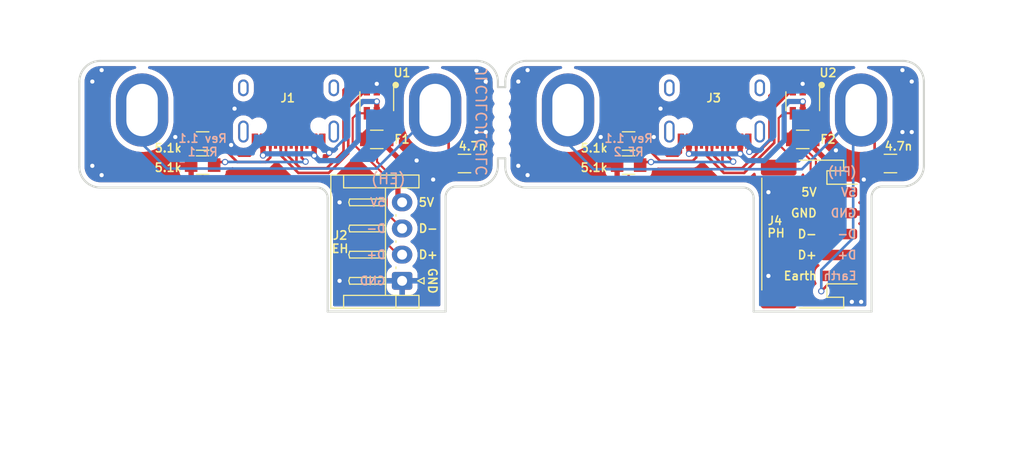
<source format=kicad_pcb>
(kicad_pcb (version 20211014) (generator pcbnew)
  (layers (0 "F.Cu" signal) (31 "B.Cu" signal) (34 "B.Paste" user) (35 "F.Paste" user) (36 "B.SilkS" user "B.Silkscreen") (37 "F.SilkS" user "F.Silkscreen") (38 "B.Mask" user) (39 "F.Mask" user) (44 "Edge.Cuts" user))
  (net 0 "")
  (net 1 "GND")
  (net 2 "D-")
  (net 3 "D+")
  (net 4 "Net-(J1-Pad4)")
  (net 5 "Net-(J1-Pad10)")
  (net 6 "VBUS")
  (net 8 "Net-(J1-Pad5)")
  (net 9 "Net-(J1-Pad6)")
  (net 11 "Earth")
  (footprint "Keeb_components:R_0805" (layer "F.Cu") (at 94.162001 24.55 180)
    (fp_text reference "C2" hide)
    (fp_text value "4.7n" (at -0.762 1.651) (layer "F.SilkS") (effects (font (size 0.8 0.8))))
    (fp_line (start -0.6 -0.88) (end 0.6 -0.88) (layer "F.SilkS") (width 0.12))
    (fp_line (start 0.6 0.88) (end -0.6 0.88) (layer "F.SilkS") (width 0.12))
    (pad "1" smd rect locked (at -1.1 0 180) (size 1.2 1.3) (layers "F.Cu" "F.Paste" "F.Mask") (net 1 "GND"))
    (pad "2" smd rect locked (at 1.1 0 180) (size 1.2 1.3) (layers "F.Cu" "F.Paste" "F.Mask") (net 11 "Earth"))
  )
  (footprint "Keeb_components:USBLC6-2SC6" (layer "F.Cu") (at 85.780001 18.5978 90)
    (fp_text reference "U2" (at 2.7178 2.413) (layer "F.SilkS") (effects (font (size 0.8 0.8))))
    (fp_text value "USBLC6-2SC6")
    (fp_line (start 0.9 -1.61) (end -0.9 -1.61) (layer "F.SilkS") (width 0.12))
    (fp_line (start -0.9 1.61) (end 1.55 1.61) (layer "F.SilkS") (width 0.12))
    (fp_circle (center 1.55 1.81) (end 1.8 1.81) (layer "F.SilkS") (width 0.12) (fill solid))
    (pad "1" smd rect (at 1.15 0.95 180) (size 0.6 1.2) (layers "F.Cu" "F.Paste" "F.Mask") (net 8 "Net-(J1-Pad5)"))
    (pad "2" smd rect (at 1.15 0 180) (size 0.6 1.2) (layers "F.Cu" "F.Paste" "F.Mask") (net 1 "GND"))
    (pad "3" smd rect (at 1.15 -0.95 180) (size 0.6 1.2) (layers "F.Cu" "F.Paste" "F.Mask") (net 9 "Net-(J1-Pad6)"))
    (pad "4" smd rect (at -1.15 -0.95 180) (size 0.6 1.2) (layers "F.Cu" "F.Paste" "F.Mask") (net 3 "D+"))
    (pad "5" smd rect (at -1.15 0 180) (size 0.6 1.2) (layers "F.Cu" "F.Paste" "F.Mask") (net 6 "VBUS"))
    (pad "6" smd rect (at -1.15 0.95 180) (size 0.6 1.2) (layers "F.Cu" "F.Paste" "F.Mask") (net 2 "D-"))
  )
  (footprint "Keeb_components:HRO-TYPE-C-31-M-12" (layer "F.Cu") (at 36.655 14.719 180)
    (fp_text reference "J1")
    (fp_text value "TYPE-C-31-M-12" hide)
    (pad "" np_thru_hole circle locked (at -2.89 -6.25 180) (size 0.65 0.65) (drill 0.65) (layers *.Cu *.Mask))
    (pad "" np_thru_hole circle locked (at 2.89 -6.25 180) (size 0.65 0.65) (drill 0.65) (layers *.Cu *.Mask))
    (pad "1" smd rect locked (at -3.225 -7.695 180) (size 0.6 1.45) (layers "F.Cu" "F.Paste" "F.Mask") (net 1 "GND"))
    (pad "2" smd rect locked (at -2.45 -7.695 180) (size 0.6 1.45) (layers "F.Cu" "F.Paste" "F.Mask") (net 6 "VBUS"))
    (pad "3" smd rect locked (at -1.75 -7.695 180) (size 0.3 1.45) (layers "F.Cu" "F.Paste" "F.Mask"))
    (pad "4" smd rect locked (at -1.25 -7.695 180) (size 0.3 1.45) (layers "F.Cu" "F.Paste" "F.Mask") (net 4 "Net-(J1-Pad4)"))
    (pad "5" smd rect locked (at -0.75 -7.695 180) (size 0.3 1.45) (layers "F.Cu" "F.Paste" "F.Mask") (net 8 "Net-(J1-Pad5)"))
    (pad "6" smd rect locked (at -0.25 -7.695 180) (size 0.3 1.45) (layers "F.Cu" "F.Paste" "F.Mask") (net 9 "Net-(J1-Pad6)"))
    (pad "7" smd rect locked (at 0.25 -7.695 180) (size 0.3 1.45) (layers "F.Cu" "F.Paste" "F.Mask") (net 8 "Net-(J1-Pad5)"))
    (pad "8" smd rect locked (at 0.75 -7.695 180) (size 0.3 1.45) (layers "F.Cu" "F.Paste" "F.Mask") (net 9 "Net-(J1-Pad6)"))
    (pad "9" smd rect locked (at 1.25 -7.695 180) (size 0.3 1.45) (layers "F.Cu" "F.Paste" "F.Mask"))
    (pad "10" smd rect locked (at 1.75 -7.695 180) (size 0.3 1.45) (layers "F.Cu" "F.Paste" "F.Mask") (net 5 "Net-(J1-Pad10)"))
    (pad "11" smd rect locked (at 2.45 -7.695 180) (size 0.6 1.45) (layers "F.Cu" "F.Paste" "F.Mask") (net 6 "VBUS"))
    (pad "12" smd rect locked (at 3.225 -7.695 180) (size 0.6 1.45) (layers "F.Cu" "F.Paste" "F.Mask") (net 1 "GND"))
    (pad "13" thru_hole oval locked (at 4.32 -6.78 180) (size 1 2.1) (drill oval 0.6 1.7) (layers *.Cu *.Mask))
    (pad "13" thru_hole oval locked (at -4.32 -6.78 180) (size 1 2.1) (drill oval 0.6 1.7) (layers *.Cu *.Mask))
    (pad "13" thru_hole oval locked (at 4.32 -2.6 180) (size 1 1.6) (drill oval 0.6 1.2) (layers *.Cu *.Mask))
    (pad "13" thru_hole oval locked (at -4.32 -2.6 180) (size 1 1.6) (drill oval 0.6 1.2) (layers *.Cu *.Mask))
  )
  (footprint "Keeb_components:F_0805" (layer "F.Cu") (at 45.079 22.246 180)
    (fp_text reference "F1" (at -2.413 0.016) (layer "F.SilkS") (effects (font (size 0.8 0.8))))
    (fp_text value "Polyfuse_Small" hide)
    (fp_line (start -0.6 -0.88) (end 0.6 -0.88) (layer "F.SilkS") (width 0.12))
    (fp_line (start 0.6 0.88) (end -0.6 0.88) (layer "F.SilkS") (width 0.12))
    (pad "1" smd rect locked (at -1.099999 0 180) (size 1 1.3) (layers "F.Cu" "F.Paste" "F.Mask") (net 6 "VBUS"))
    (pad "2" smd rect locked (at 1.099999 0 180) (size 1 1.3) (layers "F.Cu" "F.Paste" "F.Mask") (net 6 "VBUS"))
  )
  (footprint "Keeb_components:R_0805" (layer "F.Cu") (at 53.461 24.55 180)
    (fp_text reference "C1" hide)
    (fp_text value "4.7n" (at -0.762 1.651) (layer "F.SilkS") (effects (font (size 0.8 0.8))))
    (fp_line (start 0.6 0.88) (end -0.6 0.88) (layer "F.SilkS") (width 0.12))
    (fp_line (start -0.6 -0.88) (end 0.6 -0.88) (layer "F.SilkS") (width 0.12))
    (pad "1" smd rect locked (at -1.1 0 180) (size 1.2 1.3) (layers "F.Cu" "F.Paste" "F.Mask") (net 1 "GND"))
    (pad "2" smd rect locked (at 1.1 0 180) (size 1.2 1.3) (layers "F.Cu" "F.Paste" "F.Mask") (net 11 "Earth"))
  )
  (footprint "" (layer "F.Cu") (at 9.3295 17.938521)
    (fp_text reference "" (at 0 0) (layer "F.SilkS") (effects (font (size 1.27 1.27))))
    (fp_text value "" (at 0 0) (layer "F.SilkS") (effects (font (size 1.27 1.27))))
    (pad "" thru_hole oval (at 13.3255 1.497479) (size 5 7) (drill oval 3 5) (layers *.Cu *.Mask) (net 11 "Earth"))
  )
  (footprint "" (layer "F.Cu") (at 81.145501 18.065521)
    (fp_text reference "" (at 0 0) (layer "F.SilkS") (effects (font (size 1.27 1.27))))
    (fp_text value "" (at 0 0) (layer "F.SilkS") (effects (font (size 1.27 1.27))))
    (pad "" thru_hole oval (at 10.2105 1.370479) (size 5 7) (drill oval 3 5) (layers *.Cu *.Mask) (net 11 "Earth"))
  )
  (footprint "Keeb_components:R_0805" (layer "F.Cu") (at 28.442 22.4 180)
    (fp_text reference "R2" hide)
    (fp_text value "5.1k" (at 3.302 -2.54) (layer "F.SilkS") (effects (font (size 0.8 0.8))))
    (fp_line (start 0.6 0.88) (end -0.6 0.88) (layer "F.SilkS") (width 0.12))
    (fp_line (start -0.6 -0.88) (end 0.6 -0.88) (layer "F.SilkS") (width 0.12))
    (pad "1" smd rect locked (at -1.1 0 180) (size 1.2 1.3) (layers "F.Cu" "F.Paste" "F.Mask") (net 5 "Net-(J1-Pad10)"))
    (pad "2" smd rect locked (at 1.1 0 180) (size 1.2 1.3) (layers "F.Cu" "F.Paste" "F.Mask") (net 1 "GND"))
  )
  (footprint "Connector_JST:JST_PH_S5B-PH-SM4-TB_1x05-1MP_P2.00mm_Horizontal" (layer "F.Cu") (at 86.38 31.289 -90)
    (fp_text reference "J4" (at -1.27 3.26 180) (layer "F.SilkS") (effects (font (size 0.8 0.8))))
    (fp_text value "JST_PH_S5B-PH-SM4-TB_1x05-1MP_P2.00mm_Horizontal")
    (fp_line (start 6.04 -1.71) (end 4.76 -1.71) (layer "F.SilkS") (width 0.12))
    (fp_line (start 7.06 -3.31) (end 6.04 -3.31) (layer "F.SilkS") (width 0.12))
    (fp_line (start 7.06 0.94) (end 7.06 -3.31) (layer "F.SilkS") (width 0.12))
    (fp_line (start -5.34 4.51) (end 5.34 4.51) (layer "F.SilkS") (width 0.12))
    (fp_line (start 4.76 -1.71) (end 4.76 -4.6) (layer "F.SilkS") (width 0.12))
    (fp_line (start -4.76 -1.71) (end -4.76 -4.6) (layer "F.SilkS") (width 0.12))
    (fp_line (start 6.04 -3.31) (end 6.04 -1.71) (layer "F.SilkS") (width 0.12))
    (fp_line (start -6.04 -3.31) (end -6.04 -1.71) (layer "F.SilkS") (width 0.12))
    (fp_line (start -7.06 0.94) (end -7.06 -3.31) (layer "F.SilkS") (width 0.12))
    (fp_line (start -6.04 -1.71) (end -4.76 -1.71) (layer "F.SilkS") (width 0.12))
    (fp_line (start -7.06 -3.31) (end -6.04 -3.31) (layer "F.SilkS") (width 0.12))
    (pad "1" smd roundrect (at -4 -2.85 270) (size 1 3.5) (layers "F.Cu" "F.Paste" "F.Mask") (net 6 "VBUS"))
    (pad "2" smd roundrect (at -2 -2.85 270) (size 1 3.5) (layers "F.Cu" "F.Paste" "F.Mask") (net 1 "GND"))
    (pad "3" smd roundrect (at 0 -2.85 270) (size 1 3.5) (layers "F.Cu" "F.Paste" "F.Mask") (net 2 "D-"))
    (pad "4" smd roundrect (at 2 -2.85 270) (size 1 3.5) (layers "F.Cu" "F.Paste" "F.Mask") (net 3 "D+"))
    (pad "5" smd roundrect (at 4 -2.85 270) (size 1 3.5) (layers "F.Cu" "F.Paste" "F.Mask") (net 11 "Earth"))
    (pad "MP" smd roundrect (at -6.35 2.9 270) (size 1.5 3.4) (layers "F.Cu" "F.Paste" "F.Mask") (roundrect_rratio 0.1666673333))
    (pad "MP" smd roundrect (at 6.35 2.9 270) (size 1.5 3.4) (layers "F.Cu" "F.Paste" "F.Mask") (roundrect_rratio 0.1666673333))
  )
  (footprint "Keeb_components:USBLC6-2SC6" (layer "F.Cu") (at 45.079 18.5978 90)
    (fp_text reference "U1" (at 2.7178 2.413) (layer "F.SilkS") (effects (font (size 0.8 0.8))))
    (fp_text value "USBLC6-2SC6")
    (fp_line (start -0.9 1.61) (end 1.55 1.61) (layer "F.SilkS") (width 0.12))
    (fp_line (start 0.9 -1.61) (end -0.9 -1.61) (layer "F.SilkS") (width 0.12))
    (fp_circle (center 1.55 1.81) (end 1.8 1.81) (layer "F.SilkS") (width 0.12) (fill solid))
    (pad "1" smd rect (at 1.15 0.95 180) (size 0.6 1.2) (layers "F.Cu" "F.Paste" "F.Mask") (net 8 "Net-(J1-Pad5)"))
    (pad "2" smd rect (at 1.15 0 180) (size 0.6 1.2) (layers "F.Cu" "F.Paste" "F.Mask") (net 1 "GND"))
    (pad "3" smd rect (at 1.15 -0.95 180) (size 0.6 1.2) (layers "F.Cu" "F.Paste" "F.Mask") (net 9 "Net-(J1-Pad6)"))
    (pad "4" smd rect (at -1.15 -0.95 180) (size 0.6 1.2) (layers "F.Cu" "F.Paste" "F.Mask") (net 3 "D+"))
    (pad "5" smd rect (at -1.15 0 180) (size 0.6 1.2) (layers "F.Cu" "F.Paste" "F.Mask") (net 6 "VBUS"))
    (pad "6" smd rect (at -1.15 0.95 180) (size 0.6 1.2) (layers "F.Cu" "F.Paste" "F.Mask") (net 2 "D-"))
  )
  (footprint "Keeb_components:F_0805" (layer "F.Cu") (at 85.780001 22.246 180)
    (fp_text reference "F2" (at -2.413 0.016) (layer "F.SilkS") (effects (font (size 0.8 0.8))))
    (fp_text value "Polyfuse_Small" hide)
    (fp_line (start 0.6 0.88) (end -0.6 0.88) (layer "F.SilkS") (width 0.12))
    (fp_line (start -0.6 -0.88) (end 0.6 -0.88) (layer "F.SilkS") (width 0.12))
    (pad "1" smd rect locked (at -1.099999 0 180) (size 1 1.3) (layers "F.Cu" "F.Paste" "F.Mask") (net 6 "VBUS"))
    (pad "2" smd rect locked (at 1.099999 0 180) (size 1 1.3) (layers "F.Cu" "F.Paste" "F.Mask") (net 6 "VBUS"))
  )
  (footprint "footprints:breakaway-mousebites" (layer "F.Cu") (at 57.27 20.744 90)
    (fp_text reference "REF**")
    (fp_text value "breakaway-mousebites")
    (pad "" np_thru_hole circle (at 2.54 -0.254 90) (size 0.7874 0.7874) (drill 0.7874) (layers *.Cu *.Mask))
    (pad "" np_thru_hole circle (at 1.27 -0.254 90) (size 0.7874 0.7874) (drill 0.7874) (layers *.Cu *.Mask))
    (pad "" np_thru_hole circle (at -2.54 -0.254 90) (size 0.7874 0.7874) (drill 0.7874) (layers *.Cu *.Mask))
    (pad "" np_thru_hole circle (at -1.27 -0.254 90) (size 0.7874 0.7874) (drill 0.7874) (layers *.Cu *.Mask))
    (pad "" np_thru_hole circle (at 0 -0.254 90) (size 0.7874 0.7874) (drill 0.7874) (layers F&B.Cu *.Mask))
  )
  (footprint "Keeb_components:R_0805" (layer "F.Cu") (at 28.442 24.7 180)
    (fp_text reference "R1" hide)
    (fp_text value "5.1k" (at 3.302 1.624) (layer "F.SilkS") (effects (font (size 0.8 0.8))))
    (fp_line (start 0.6 0.88) (end -0.6 0.88) (layer "F.SilkS") (width 0.12))
    (fp_line (start -0.6 -0.88) (end 0.6 -0.88) (layer "F.SilkS") (width 0.12))
    (pad "1" smd rect locked (at -1.1 0 180) (size 1.2 1.3) (layers "F.Cu" "F.Paste" "F.Mask") (net 4 "Net-(J1-Pad4)"))
    (pad "2" smd rect locked (at 1.1 0 180) (size 1.2 1.3) (layers "F.Cu" "F.Paste" "F.Mask") (net 1 "GND"))
  )
  (footprint "" (layer "F.Cu") (at 40.4445 18.065521)
    (fp_text reference "" (at 0 0) (layer "F.SilkS") (effects (font (size 1.27 1.27))))
    (fp_text value "" (at 0 0) (layer "F.SilkS") (effects (font (size 1.27 1.27))))
    (pad "" thru_hole oval (at 10.2105 1.370479) (size 5 7) (drill oval 3 5) (layers *.Cu *.Mask) (net 11 "Earth"))
  )
  (footprint "Keeb_components:R_0805" (layer "F.Cu") (at 69.143001 22.4 180)
    (fp_text reference "R3" hide)
    (fp_text value "5.1k" (at 3.302 -2.54) (layer "F.SilkS") (effects (font (size 0.8 0.8))))
    (fp_line (start 0.6 0.88) (end -0.6 0.88) (layer "F.SilkS") (width 0.12))
    (fp_line (start -0.6 -0.88) (end 0.6 -0.88) (layer "F.SilkS") (width 0.12))
    (pad "1" smd rect locked (at -1.1 0 180) (size 1.2 1.3) (layers "F.Cu" "F.Paste" "F.Mask") (net 5 "Net-(J1-Pad10)"))
    (pad "2" smd rect locked (at 1.1 0 180) (size 1.2 1.3) (layers "F.Cu" "F.Paste" "F.Mask") (net 1 "GND"))
  )
  (footprint "" (layer "F.Cu") (at 50.030501 17.938521)
    (fp_text reference "" (at 0 0) (layer "F.SilkS") (effects (font (size 1.27 1.27))))
    (fp_text value "" (at 0 0) (layer "F.SilkS") (effects (font (size 1.27 1.27))))
    (pad "" thru_hole oval (at 13.3255 1.497479) (size 5 7) (drill oval 3 5) (layers *.Cu *.Mask) (net 11 "Earth"))
  )
  (footprint "footprints:MegaMan7" (layer "F.Cu") (at 69.143001 18.619)
    (fp_text reference "G***" hide)
    (fp_text value "LOGO" hide)
  )
  (footprint "Keeb_components:R_0805" (layer "F.Cu") (at 69.143001 24.7 180)
    (fp_text reference "R4" hide)
    (fp_text value "5.1k" (at 3.302 1.624) (layer "F.SilkS") (effects (font (size 0.8 0.8))))
    (fp_line (start -0.6 -0.88) (end 0.6 -0.88) (layer "F.SilkS") (width 0.12))
    (fp_line (start 0.6 0.88) (end -0.6 0.88) (layer "F.SilkS") (width 0.12))
    (pad "1" smd rect locked (at -1.1 0 180) (size 1.2 1.3) (layers "F.Cu" "F.Paste" "F.Mask") (net 4 "Net-(J1-Pad4)"))
    (pad "2" smd rect locked (at 1.1 0 180) (size 1.2 1.3) (layers "F.Cu" "F.Paste" "F.Mask") (net 1 "GND"))
  )
  (footprint "Connector_JST:JST_EH_S4B-EH_1x04_P2.50mm_Horizontal" (layer "F.Cu") (at 47.5 35.759 90)
    (fp_text reference "J2" (at 4.343 -5.924) (layer "F.SilkS") (effects (font (size 0.8 0.8))))
    (fp_text value "JST_EH_S4B-EH_1x04_P2.50mm_Horizontal")
    (fp_line (start 0.32 -5.01) (end 0.32 -1.59) (layer "F.SilkS") (width 0.12))
    (fp_line (start 0.3 2.1) (end 0 1.5) (layer "F.SilkS") (width 0.12))
    (fp_line (start -1.39 -1.59) (end 8.89 -1.59) (layer "F.SilkS") (width 0.12))
    (fp_line (start 7.5 -5.09) (end 7.82 -5.01) (layer "F.SilkS") (width 0.12))
    (fp_line (start 0 -5.09) (end 0.32 -5.01) (layer "F.SilkS") (width 0.12))
    (fp_line (start 7.18 -1.59) (end 7.18 -5.01) (layer "F.SilkS") (width 0.12))
    (fp_line (start 6.17 -0.59) (end 6.33 -0.59) (layer "F.SilkS") (width 0.12))
    (fp_line (start -1.39 -0.59) (end -1.39 1.61) (layer "F.SilkS") (width 0.12))
    (fp_line (start 2.82 -5.01) (end 2.82 -1.59) (layer "F.SilkS") (width 0.12))
    (fp_line (start -0.3 2.1) (end 0.3 2.1) (layer "F.SilkS") (width 0.12))
    (fp_line (start 8.89 1.61) (end 8.89 -0.59) (layer "F.SilkS") (width 0.12))
    (fp_line (start -2.61 -6.81) (end 10.11 -6.81) (layer "F.SilkS") (width 0.12))
    (fp_line (start 7.18 -5.01) (end 7.5 -5.09) (layer "F.SilkS") (width 0.12))
    (fp_line (start -0.32 -5.01) (end 0 -5.09) (layer "F.SilkS") (width 0.12))
    (fp_line (start -1.39 1.61) (end -2.61 1.61) (layer "F.SilkS") (width 0.12))
    (fp_line (start 2.5 -1.59) (end 2.18 -1.59) (layer "F.SilkS") (width 0.12))
    (fp_line (start 5 -1.59) (end 4.68 -1.59) (layer "F.SilkS") (width 0.12))
    (fp_line (start 2.18 -5.01) (end 2.5 -5.09) (layer "F.SilkS") (width 0.12))
    (fp_line (start -2.61 1.61) (end -2.61 -6.81) (layer "F.SilkS") (width 0.12))
    (fp_line (start 2.82 -1.59) (end 2.5 -1.59) (layer "F.SilkS") (width 0.12))
    (fp_line (start 3.67 -0.59) (end 3.83 -0.59) (layer "F.SilkS") (width 0.12))
    (fp_line (start -2.61 -5.59) (end -1.39 -5.59) (layer "F.SilkS") (width 0.12))
    (fp_line (start -1.39 -5.59) (end -1.39 -0.59) (layer "F.SilkS") (width 0.12))
    (fp_line (start 0 -1.59) (end -0.32 -1.59) (layer "F.SilkS") (width 0.12))
    (fp_line (start 2.18 -1.59) (end 2.18 -5.01) (layer "F.SilkS") (width 0.12))
    (fp_line (start -0.32 -1.59) (end -0.32 -5.01) (layer "F.SilkS") (width 0.12))
    (fp_line (start 8.89 -5.59) (end 8.89 -0.59) (layer "F.SilkS") (width 0.12))
    (fp_line (start 10.11 -5.59) (end 8.89 -5.59) (layer "F.SilkS") (width 0.12))
    (fp_line (start 0.32 -1.59) (end 0 -1.59) (layer "F.SilkS") (width 0.12))
    (fp_line (start 5.32 -1.59) (end 5 -1.59) (layer "F.SilkS") (width 0.12))
    (fp_line (start 5.32 -5.01) (end 5.32 -1.59) (layer "F.SilkS") (width 0.12))
    (fp_line (start 1.17 -0.59) (end 1.33 -0.59) (layer "F.SilkS") (width 0.12))
    (fp_line (start 0 1.5) (end -0.3 2.1) (layer "F.SilkS") (width 0.12))
    (fp_line (start 10.11 -6.81) (end 10.11 1.61) (layer "F.SilkS") (width 0.12))
    (fp_line (start 8.89 -0.59) (end 10.11 -0.59) (layer "F.SilkS") (width 0.12))
    (fp_line (start -1.39 -0.59) (end -2.61 -0.59) (layer "F.SilkS") (width 0.12))
    (fp_line (start 2.5 -5.09) (end 2.82 -5.01) (layer "F.SilkS") (width 0.12))
    (fp_line (start 10.11 1.61) (end 8.89 1.61) (layer "F.SilkS") (width 0.12))
    (fp_line (start 7.5 -1.59) (end 7.18 -1.59) (layer "F.SilkS") (width 0.12))
    (fp_line (start 4.68 -1.59) (end 4.68 -5.01) (layer "F.SilkS") (width 0.12))
    (fp_line (start 7.82 -5.01) (end 7.82 -1.59) (layer "F.SilkS") (width 0.12))
    (fp_line (start 4.68 -5.01) (end 5 -5.09) (layer "F.SilkS") (width 0.12))
    (fp_line (start 5 -5.09) (end 5.32 -5.01) (layer "F.SilkS") (width 0.12))
    (fp_line (start 7.82 -1.59) (end 7.5 -1.59) (layer "F.SilkS") (width 0.12))
    (pad "1" thru_hole roundrect (at 0 0 90) (size 1.7 1.95) (drill 0.95) (layers *.Cu *.Mask) (roundrect_rratio 0.1470588235) (net 1 "GND"))
    (pad "2" thru_hole oval (at 2.5 0 90) (size 1.7 1.95) (drill 0.95) (layers *.Cu *.Mask) (net 3 "D+"))
    (pad "3" thru_hole oval (at 5 0 90) (size 1.7 1.95) (drill 0.95) (layers *.Cu *.Mask) (net 2 "D-"))
    (pad "4" thru_hole oval (at 7.5 0 90) (size 1.7 1.95) (drill 0.95) (layers *.Cu *.Mask) (net 6 "VBUS"))
  )
  (footprint "footprints:MegaMan7" (layer "F.Cu") (at 28.442 18.619)
    (fp_text reference "G***" hide)
    (fp_text value "LOGO" hide)
  )
  (footprint "Keeb_components:HRO-TYPE-C-31-M-12" (layer "F.Cu") (at 77.356001 14.719 180)
    (fp_text reference "J3")
    (fp_text value "TYPE-C-31-M-12" hide)
    (pad "" np_thru_hole circle locked (at -2.89 -6.25 180) (size 0.65 0.65) (drill 0.65) (layers *.Cu *.Mask))
    (pad "" np_thru_hole circle locked (at 2.89 -6.25 180) (size 0.65 0.65) (drill 0.65) (layers *.Cu *.Mask))
    (pad "1" smd rect locked (at -3.225 -7.695 180) (size 0.6 1.45) (layers "F.Cu" "F.Paste" "F.Mask") (net 1 "GND"))
    (pad "2" smd rect locked (at -2.45 -7.695 180) (size 0.6 1.45) (layers "F.Cu" "F.Paste" "F.Mask") (net 6 "VBUS"))
    (pad "3" smd rect locked (at -1.75 -7.695 180) (size 0.3 1.45) (layers "F.Cu" "F.Paste" "F.Mask"))
    (pad "4" smd rect locked (at -1.25 -7.695 180) (size 0.3 1.45) (layers "F.Cu" "F.Paste" "F.Mask") (net 4 "Net-(J1-Pad4)"))
    (pad "5" smd rect locked (at -0.75 -7.695 180) (size 0.3 1.45) (layers "F.Cu" "F.Paste" "F.Mask") (net 8 "Net-(J1-Pad5)"))
    (pad "6" smd rect locked (at -0.25 -7.695 180) (size 0.3 1.45) (layers "F.Cu" "F.Paste" "F.Mask") (net 9 "Net-(J1-Pad6)"))
    (pad "7" smd rect locked (at 0.25 -7.695 180) (size 0.3 1.45) (layers "F.Cu" "F.Paste" "F.Mask") (net 8 "Net-(J1-Pad5)"))
    (pad "8" smd rect locked (at 0.75 -7.695 180) (size 0.3 1.45) (layers "F.Cu" "F.Paste" "F.Mask") (net 9 "Net-(J1-Pad6)"))
    (pad "9" smd rect locked (at 1.25 -7.695 180) (size 0.3 1.45) (layers "F.Cu" "F.Paste" "F.Mask"))
    (pad "10" smd rect locked (at 1.75 -7.695 180) (size 0.3 1.45) (layers "F.Cu" "F.Paste" "F.Mask") (net 5 "Net-(J1-Pad10)"))
    (pad "11" smd rect locked (at 2.45 -7.695 180) (size 0.6 1.45) (layers "F.Cu" "F.Paste" "F.Mask") (net 6 "VBUS"))
    (pad "12" smd rect locked (at 3.225 -7.695 180) (size 0.6 1.45) (layers "F.Cu" "F.Paste" "F.Mask") (net 1 "GND"))
    (pad "13" thru_hole oval locked (at -4.32 -6.78 180) (size 1 2.1) (drill oval 0.6 1.7) (layers *.Cu *.Mask))
    (pad "13" thru_hole oval locked (at 4.32 -6.78 180) (size 1 2.1) (drill oval 0.6 1.7) (layers *.Cu *.Mask))
    (pad "13" thru_hole oval locked (at 4.32 -2.6 180) (size 1 1.6) (drill oval 0.6 1.2) (layers *.Cu *.Mask))
    (pad "13" thru_hole oval locked (at -4.32 -2.6 180) (size 1 1.6) (drill oval 0.6 1.2) (layers *.Cu *.Mask))
  )
  (footprint "footprints:MegaMan7" (layer "B.Cu") (at 69.143001 18.619 180)
    (fp_text reference "G***" hide)
    (fp_text value "LOGO" hide)
  )
  (footprint "footprints:MegaMan7" (layer "B.Cu") (at 28.442 18.619 180)
    (fp_text reference "G***" hide)
    (fp_text value "LOGO" hide)
  )
  (gr_arc (start 56.655 24.744) (mid 56.069214 26.158214) (end 54.655 26.744) (layer "Edge.Cuts") (width 0.2))
  (gr_arc (start 59.356001 26.844) (mid 57.941788 26.258213) (end 57.356002 24.844) (layer "Edge.Cuts") (width 0.2))
  (gr_line (start 81.091001 38.694) (end 81.091001 27.844) (layer "Edge.Cuts") (width 0.2))
  (gr_line (start 40.39 38.694) (end 40.39 27.844) (layer "Edge.Cuts") (width 0.2))
  (gr_line (start 51.655 38.694) (end 51.655 27.744) (layer "Edge.Cuts") (width 0.2))
  (gr_line (start 97.356001 24.744) (end 97.356001 16.744) (layer "Edge.Cuts") (width 0.2))
  (gr_arc (start 54.655 14.744) (mid 56.069213 15.329786) (end 56.655 16.743999) (layer "Edge.Cuts") (width 0.2))
  (gr_line (start 57.356001 24.05) (end 56.655 24.05) (layer "Edge.Cuts") (width 0.2))
  (gr_line (start 57.356001 17.25) (end 56.655 17.25) (layer "Edge.Cuts") (width 0.2))
  (gr_line (start 80.091001 26.844) (end 59.356001 26.844) (layer "Edge.Cuts") (width 0.2))
  (gr_arc (start 18.655 26.844) (mid 17.240787 26.258213) (end 16.655001 24.844) (layer "Edge.Cuts") (width 0.2))
  (gr_arc (start 39.39 26.844) (mid 40.097107 27.136893) (end 40.39 27.844) (layer "Edge.Cuts") (width 0.2))
  (gr_arc (start 92.356001 27.744) (mid 92.648895 27.036898) (end 93.356001 26.744) (layer "Edge.Cuts") (width 0.2))
  (gr_arc (start 16.655 16.744) (mid 17.240786 15.329787) (end 18.654999 14.744001) (layer "Edge.Cuts") (width 0.2))
  (gr_line (start 56.655 17.25) (end 56.655 16.744) (layer "Edge.Cuts") (width 0.2))
  (gr_line (start 95.356001 26.744) (end 93.356001 26.744) (layer "Edge.Cuts") (width 0.2))
  (gr_arc (start 95.356001 14.744) (mid 96.770205 15.329791) (end 97.356001 16.743999) (layer "Edge.Cuts") (width 0.2))
  (gr_line (start 54.655 26.744) (end 52.655 26.744) (layer "Edge.Cuts") (width 0.2))
  (gr_arc (start 97.356001 24.744) (mid 96.770215 26.158219) (end 95.356001 26.744) (layer "Edge.Cuts") (width 0.2))
  (gr_line (start 92.356001 38.694) (end 92.356001 27.744) (layer "Edge.Cuts") (width 0.2))
  (gr_line (start 57.356001 17.25) (end 57.356001 16.744) (layer "Edge.Cuts") (width 0.2))
  (gr_line (start 39.39 26.844) (end 18.655 26.844) (layer "Edge.Cuts") (width 0.2))
  (gr_line (start 56.655 24.05) (end 56.655 24.744) (layer "Edge.Cuts") (width 0.2))
  (gr_arc (start 80.091001 26.844) (mid 80.798108 27.136893) (end 81.091001 27.844) (layer "Edge.Cuts") (width 0.2))
  (gr_line (start 18.654999 14.744001) (end 54.655 14.744) (layer "Edge.Cuts") (width 0.2))
  (gr_line (start 92.356001 38.694) (end 81.091001 38.694) (layer "Edge.Cuts") (width 0.2))
  (gr_line (start 16.655 24.844) (end 16.655 16.744) (layer "Edge.Cuts") (width 0.2))
  (gr_arc (start 51.655 27.744) (mid 51.947893 27.036893) (end 52.655 26.744) (layer "Edge.Cuts") (width 0.2))
  (gr_line (start 57.356001 24.05) (end 57.356002 24.844) (layer "Edge.Cuts") (width 0.2))
  (gr_line (start 51.655 38.694) (end 40.39 38.694) (layer "Edge.Cuts") (width 0.2))
  (gr_arc (start 57.356001 16.744) (mid 57.941788 15.329792) (end 59.356 14.744001) (layer "Edge.Cuts") (width 0.2))
  (gr_line (start 59.356 14.744001) (end 95.356001 14.744) (layer "Edge.Cuts") (width 0.2))
  (gr_text "5V" (at 46 28.259) (layer "B.SilkS") (effects (font (size 0.8 0.8)) (justify left mirror)))
  (gr_text "D-" (at 46 30.759) (layer "B.SilkS") (effects (font (size 0.8 0.8)) (justify left mirror)))
  (gr_text "Rev 1.1\nRF 2" (at 69.143001 22.8) (layer "B.SilkS") (effects (font (size 0.8 0.8)) (justify mirror)))
  (gr_text "(EH)" (at 47.926 26.015) (layer "B.SilkS") (effects (font (size 1 1)) (justify left mirror)))
  (gr_text "5V" (at 91 27.289) (layer "B.SilkS") (effects (font (size 0.8 0.8)) (justify left mirror)))
  (gr_text "Earth" (at 91 35.289) (layer "B.SilkS") (effects (font (size 0.8 0.8)) (justify left mirror)))
  (gr_text "Rev 1.1\nRF 1" (at 28.442 22.8) (layer "B.SilkS") (effects (font (size 0.8 0.8)) (justify mirror)))
  (gr_text "GND" (at 46 35.759) (layer "B.SilkS") (effects (font (size 0.8 0.8)) (justify left mirror)))
  (gr_text "D+" (at 46 33.259) (layer "B.SilkS") (effects (font (size 0.8 0.8)) (justify left mirror)))
  (gr_text "(PH)" (at 91 25.32) (layer "B.SilkS") (effects (font (size 0.8 0.8)) (justify left mirror)))
  (gr_text "GND" (at 91 29.289) (layer "B.SilkS") (effects (font (size 0.8 0.8)) (justify left mirror)))
  (gr_text "D-" (at 91 31.289) (layer "B.SilkS") (effects (font (size 0.8 0.8)) (justify left mirror)))
  (gr_text "D+" (at 91 33.289) (layer "B.SilkS") (effects (font (size 0.8 0.8)) (justify left mirror)))
  (gr_text "JLCJLCJLCJLC" (at 55.112 20.579 90) (layer "B.SilkS") (effects (font (size 1 1)) (justify mirror)))
  (gr_text "J1" (at 36.57 18.293) (layer "F.SilkS") (effects (font (size 0.8 0.8))))
  (gr_text "Earth" (at 87.2 35.289) (layer "F.SilkS") (effects (font (size 0.8 0.8)) (justify right)))
  (gr_text "5V" (at 87.2 27.289) (layer "F.SilkS") (effects (font (size 0.8 0.8)) (justify right)))
  (gr_text "J3" (at 77.271001 18.293) (layer "F.SilkS") (effects (font (size 0.8 0.8))))
  (gr_text "5V" (at 49 28.259) (layer "F.SilkS") (effects (font (size 0.8 0.8)) (justify left)))
  (gr_text "EH" (at 41.576 32.686) (layer "F.SilkS") (effects (font (size 0.8 0.8))))
  (gr_text "PH" (at 83.232 31.2) (layer "F.SilkS") (effects (font (size 0.8 0.8))))
  (gr_text "D+" (at 87.2 33.289) (layer "F.SilkS") (effects (font (size 0.8 0.8)) (justify right)))
  (gr_text "D-" (at 49 30.759) (layer "F.SilkS") (effects (font (size 0.8 0.8)) (justify left)))
  (gr_text "D+" (at 49 33.259) (layer "F.SilkS") (effects (font (size 0.8 0.8)) (justify left)))
  (gr_text "D-" (at 87.2 31.289) (layer "F.SilkS") (effects (font (size 0.8 0.8)) (justify right)))
  (gr_text "GND" (at 87.2 29.289) (layer "F.SilkS") (effects (font (size 0.8 0.8)) (justify right)))
  (gr_text "GND" (at 50.4 35.759 270) (layer "F.SilkS") (effects (font (size 0.8 0.8))))
  (segment (start 85.780001 16.946001) (end 85.780001 17.4478) (width 0.25) (layer "F.Cu") (net 1))
  (segment (start 71.548 22.526) (end 72.818 23.796) (width 0.25) (layer "F.Cu") (net 1))
  (segment (start 80.677691 23.433736) (end 80.581001 23.337046) (width 0.25) (layer "F.Cu") (net 1))
  (segment (start 31.924 23.796) (end 32.94 23.796) (width 0.25) (layer "F.Cu") (net 1))
  (segment (start 85.772 16.938) (end 85.780001 16.946001) (width 0.25) (layer "F.Cu") (net 1))
  (segment (start 73.834 23.796) (end 74.131001 23.498999) (width 0.25) (layer "F.Cu") (net 1))
  (segment (start 74.131001 23.498999) (end 74.131001 22.414) (width 0.25) (layer "F.Cu") (net 1))
  (segment (start 31.162 22.78) (end 31.162 23.034) (width 0.25) (layer "F.Cu") (net 1))
  (segment (start 32.94 23.796) (end 33.43 23.306) (width 0.25) (layer "F.Cu") (net 1))
  (segment (start 80.581001 23.337046) (end 80.581001 22.414) (width 0.25) (layer "F.Cu") (net 1))
  (segment (start 45.079 16.938) (end 45.079 17.4478) (width 0.25) (layer "F.Cu") (net 1))
  (segment (start 33.43 23.306) (end 33.43 22.414) (width 0.25) (layer "F.Cu") (net 1))
  (segment (start 39.88 22.414) (end 39.88 22.873) (width 0.25) (layer "F.Cu") (net 1))
  (segment (start 72.818 23.796) (end 73.834 23.796) (width 0.25) (layer "F.Cu") (net 1))
  (segment (start 71.548 22.018) (end 71.548 22.526) (width 0.25) (layer "F.Cu") (net 1))
  (segment (start 89.311083 29.289) (end 89.85 29.289) (width 0.25) (layer "F.Cu") (net 1))
  (segment (start 39.88 22.873) (end 40.5324 23.5254) (width 0.25) (layer "F.Cu") (net 1))
  (segment (start 31.162 23.034) (end 31.924 23.796) (width 0.25) (layer "F.Cu") (net 1))
  (via (at 88.947 23.288) (size 0.6) (drill 0.4) (layers "F.Cu" "B.Cu") (net 1))
  (via (at 59.491001 25.659) (size 0.6) (drill 0.4) (layers "F.Cu" "B.Cu") (net 1))
  (via (at 58.602001 24.77) (size 0.6) (drill 0.4) (layers "F.Cu" "B.Cu") (net 1))
  (via (at 55.493 21.5442) (size 0.6) (drill 0.4) (layers "F.Cu" "B.Cu") (net 1))
  (via (at 71.548 22.018) (size 0.6) (drill 0.4) (layers "F.Cu" "B.Cu") (net 1))
  (via (at 95.305001 15.626) (size 0.6) (drill 0.4) (layers "F.Cu" "B.Cu") (net 1))
  (via (at 17.901 24.77) (size 0.6) (drill 0.4) (layers "F.Cu" "B.Cu") (net 1))
  (via (at 90.471 37.766) (size 0.6) (drill 0.4) (layers "F.Cu" "B.Cu") (net 1))
  (via (at 25.828 22.018) (size 0.6) (drill 0.4) (layers "F.Cu" "B.Cu") (net 1))
  (via (at 80.677691 23.433736) (size 0.6) (drill 0.4) (layers "F.Cu" "B.Cu") (net 1))
  (via (at 18.79 15.626) (size 0.6) (drill 0.4) (layers "F.Cu" "B.Cu") (net 1))
  (via (at 45.079 16.938) (size 0.6) (drill 0.4) (layers "F.Cu" "B.Cu") (net 1))
  (via (at 48.889 24.262) (size 0.6) (drill 0.4) (layers "F.Cu" "B.Cu") (net 1))
  (via (at 40.5324 23.5254) (size 0.6) (drill 0.4) (layers "F.Cu" "B.Cu") (net 1))
  (via (at 66.476001 22.018) (size 0.6) (drill 0.4) (layers "F.Cu" "B.Cu") (net 1))
  (via (at 72.191001 19.309) (size 0.6) (drill 0.4) (layers "F.Cu" "B.Cu") (net 1))
  (via (at 50.466 26.082) (size 0.6) (drill 0.4) (layers "F.Cu" "B.Cu") (net 1))
  (via (at 31.162 22.78) (size 0.6) (drill 0.4) (layers "F.Cu" "B.Cu") (net 1))
  (via (at 82.5 27.289) (size 0.6) (drill 0.4) (layers "F.Cu" "B.Cu") (net 1))
  (via (at 54.604 21.5442) (size 0.6) (drill 0.4) (layers "F.Cu" "B.Cu") (net 1))
  (via (at 96.194001 16.719) (size 0.6) (drill 0.4) (layers "F.Cu" "B.Cu") (net 1))
  (via (at 82.5 35.289) (size 0.6) (drill 0.4) (layers "F.Cu" "B.Cu") (net 1))
  (via (at 59.491001 15.626) (size 0.6) (drill 0.4) (layers "F.Cu" "B.Cu") (net 1))
  (via (at 85.772 16.938) (size 0.6) (drill 0.4) (layers "F.Cu" "B.Cu") (net 1))
  (via (at 58.602001 16.719) (size 0.6) (drill 0.4) (layers "F.Cu" "B.Cu") (net 1))
  (via (at 31.49 19.309) (size 0.6) (drill 0.4) (layers "F.Cu" "B.Cu") (net 1))
  (via (at 17.901 16.719) (size 0.6) (drill 0.4) (layers "F.Cu" "B.Cu") (net 1))
  (via (at 18.79 25.659) (size 0.6) (drill 0.4) (layers "F.Cu" "B.Cu") (net 1))
  (via (at 54.604 15.668) (size 0.6) (drill 0.4) (layers "F.Cu" "B.Cu") (net 1))
  (via (at 55.493 16.719) (size 0.6) (drill 0.4) (layers "F.Cu" "B.Cu") (net 1))
  (via (at 41.523 35.759) (size 0.6) (drill 0.4) (layers "F.Cu" "B.Cu") (net 1))
  (via (at 96.194001 21.5442) (size 0.6) (drill 0.4) (layers "F.Cu" "B.Cu") (net 1))
  (via (at 91.36 37.766) (size 0.6) (drill 0.4) (layers "F.Cu" "B.Cu") (net 1))
  (via (at 95.305001 21.5442) (size 0.6) (drill 0.4) (layers "F.Cu" "B.Cu") (net 1))
  (via (at 41.523 28.259) (size 0.6) (drill 0.4) (layers "F.Cu" "B.Cu") (net 1))
  (via (at 91.614 26.082) (size 0.6) (drill 0.4) (layers "F.Cu" "B.Cu") (net 1))
  (segment (start 80.677691 23.433736) (end 81.457991 23.433736) (width 0.25) (layer "B.Cu") (net 1))
  (segment (start 42.031 22.159726) (end 40.665326 23.5254) (width 0.25) (layer "B.Cu") (net 1))
  (segment (start 40.665326 23.5254) (end 40.5324 23.5254) (width 0.25) (layer "B.Cu") (net 1))
  (segment (start 85.001401 16.938) (end 85.772 16.938) (width 0.25) (layer "B.Cu") (net 1))
  (segment (start 82.732001 19.2074) (end 85.001401 16.938) (width 0.25) (layer "B.Cu") (net 1))
  (segment (start 82.732001 22.159726) (end 82.732001 19.2074) (width 0.25) (layer "B.Cu") (net 1))
  (segment (start 81.457991 23.433736) (end 82.732001 22.159726) (width 0.25) (layer "B.Cu") (net 1))
  (segment (start 45.079 16.938) (end 43.0812 16.938) (width 0.25) (layer "B.Cu") (net 1))
  (segment (start 42.031 17.9882) (end 42.031 22.159726) (width 0.25) (layer "B.Cu") (net 1))
  (segment (start 43.0812 16.938) (end 42.031 17.9882) (width 0.25) (layer "B.Cu") (net 1))
  (segment (start 46.029 29.288) (end 46.029 25.311314) (width 0.2) (layer "F.Cu") (net 2))
  (segment (start 86.730001 20.645999) (end 85.780001 21.595999) (width 0.2) (layer "F.Cu") (net 2))
  (segment (start 46.029 20.645999) (end 46.029 19.7478) (width 0.2) (layer "F.Cu") (net 2))
  (segment (start 87.042 30.4) (end 87.931 31.289) (width 0.2) (layer "F.Cu") (net 2))
  (segment (start 45.106 24.388314) (end 45.106 21.568999) (width 0.2) (layer "F.Cu") (net 2))
  (segment (start 47.5 30.759) (end 46.029 29.288) (width 0.2) (layer "F.Cu") (net 2))
  (segment (start 85.780001 21.595999) (end 85.780001 22.915001) (width 0.2) (layer "F.Cu") (net 2))
  (segment (start 86.730001 19.7478) (end 86.730001 20.645999) (width 0.2) (layer "F.Cu") (net 2))
  (segment (start 46.029 25.311314) (end 45.106 24.388314) (width 0.2) (layer "F.Cu") (net 2))
  (segment (start 87.931 31.289) (end 89.23 31.289) (width 0.2) (layer "F.Cu") (net 2))
  (segment (start 87.042 24.177) (end 87.042 30.4) (width 0.2) (layer "F.Cu") (net 2))
  (segment (start 85.780001 22.915001) (end 87.042 24.177) (width 0.2) (layer "F.Cu") (net 2))
  (segment (start 45.106 21.568999) (end 46.029 20.645999) (width 0.2) (layer "F.Cu") (net 2))
  (segment (start 42.779 20.212) (end 43.2432 19.7478) (width 0.2) (layer "F.Cu") (net 3))
  (segment (start 47.1035 33.259) (end 45.629 31.7845) (width 0.2) (layer "F.Cu") (net 3))
  (segment (start 45.629 25.477) (end 42.779 22.627) (width 0.2) (layer "F.Cu") (net 3))
  (segment (start 43.2432 19.7478) (end 44.129 19.7478) (width 0.2) (layer "F.Cu") (net 3))
  (segment (start 42.779 22.627) (end 42.779 20.212) (width 0.2) (layer "F.Cu") (net 3))
  (segment (start 83.480001 22.728001) (end 83.480001 20.212) (width 0.2) (layer "F.Cu") (net 3))
  (segment (start 86.534 31.988499) (end 86.534 24.234686) (width 0.2) (layer "F.Cu") (net 3))
  (segment (start 84.236 23.484) (end 83.480001 22.728001) (width 0.2) (layer "F.Cu") (net 3))
  (segment (start 86.534 24.234686) (end 85.783314 23.484) (width 0.2) (layer "F.Cu") (net 3))
  (segment (start 89.85 33.289) (end 87.834501 33.289) (width 0.2) (layer "F.Cu") (net 3))
  (segment (start 85.783314 23.484) (end 84.236 23.484) (width 0.2) (layer "F.Cu") (net 3))
  (segment (start 45.629 31.7845) (end 45.629 25.477) (width 0.2) (layer "F.Cu") (net 3))
  (segment (start 83.480001 20.212) (end 83.944201 19.7478) (width 0.2) (layer "F.Cu") (net 3))
  (segment (start 47.5 33.259) (end 47.1035 33.259) (width 0.2) (layer "F.Cu") (net 3))
  (segment (start 87.834501 33.289) (end 86.534 31.988499) (width 0.2) (layer "F.Cu") (net 3))
  (segment (start 83.944201 19.7478) (end 84.830001 19.7478) (width 0.2) (layer "F.Cu") (net 3))
  (segment (start 29.834411 24.407589) (end 29.542 24.7) (width 0.25) (layer "F.Cu") (net 4))
  (segment (start 79.130882 24.3715) (end 78.606001 23.846619) (width 0.25) (layer "F.Cu") (net 4))
  (segment (start 78.606001 23.846619) (end 78.606001 22.414) (width 0.25) (layer "F.Cu") (net 4))
  (segment (start 71.283412 24.407589) (end 70.535412 24.407589) (width 0.25) (layer "F.Cu") (net 4))
  (segment (start 37.905 24.0025) (end 37.905 22.414) (width 0.25) (layer "F.Cu") (net 4))
  (segment (start 70.535412 24.407589) (end 70.243001 24.7) (width 0.25) (layer "F.Cu") (net 4))
  (segment (start 30.582411 24.407589) (end 29.834411 24.407589) (width 0.25) (layer "F.Cu") (net 4))
  (segment (start 38.274 24.3715) (end 37.905 24.0025) (width 0.25) (layer "F.Cu") (net 4))
  (via (at 79.130882 24.3715) (size 0.6) (drill 0.4) (layers "F.Cu" "B.Cu") (net 4))
  (via (at 30.582411 24.407589) (size 0.6) (drill 0.4) (layers "F.Cu" "B.Cu") (net 4))
  (via (at 38.274 24.3715) (size 0.6) (drill 0.4) (layers "F.Cu" "B.Cu") (net 4))
  (via (at 71.283412 24.407589) (size 0.6) (drill 0.4) (layers "F.Cu" "B.Cu") (net 4))
  (segment (start 79.097982 24.4044) (end 79.130882 24.3715) (width 0.25) (layer "B.Cu") (net 4))
  (segment (start 38.274 24.3715) (end 38.2411 24.4044) (width 0.25) (layer "B.Cu") (net 4))
  (segment (start 30.59 24.4) (end 30.582411 24.407589) (width 0.25) (layer "B.Cu") (net 4))
  (segment (start 33.948916 24.4044) (end 33.944516 24.4) (width 0.25) (layer "B.Cu") (net 4))
  (segment (start 71.286601 24.4044) (end 79.097982 24.4044) (width 0.25) (layer "B.Cu") (net 4))
  (segment (start 33.944516 24.4) (end 30.59 24.4) (width 0.25) (layer "B.Cu") (net 4))
  (segment (start 38.2411 24.4044) (end 33.948916 24.4044) (width 0.25) (layer "B.Cu") (net 4))
  (segment (start 71.283412 24.407589) (end 71.286601 24.4044) (width 0.25) (layer "B.Cu") (net 4))
  (segment (start 72.147001 24.304) (end 75.268085 24.304) (width 0.25) (layer "F.Cu") (net 5))
  (segment (start 34.905 23.966084) (end 34.905 22.414) (width 0.25) (layer "F.Cu") (net 5))
  (segment (start 75.268085 24.304) (end 75.606001 23.966084) (width 0.25) (layer "F.Cu") (net 5))
  (segment (start 70.243001 22.4) (end 72.147001 24.304) (width 0.25) (layer "F.Cu") (net 5))
  (segment (start 31.7464 24.4044) (end 34.466684 24.4044) (width 0.25) (layer "F.Cu") (net 5))
  (segment (start 29.542 22.4) (end 29.742 22.4) (width 0.25) (layer "F.Cu") (net 5))
  (segment (start 29.742 22.4) (end 31.7464 24.4044) (width 0.25) (layer "F.Cu") (net 5))
  (segment (start 75.606001 23.966084) (end 75.606001 22.414) (width 0.25) (layer "F.Cu") (net 5))
  (segment (start 34.466684 24.4044) (end 34.905 23.966084) (width 0.25) (layer "F.Cu") (net 5))
  (segment (start 74.908801 23.622) (end 74.906001 23.6192) (width 0.5) (layer "F.Cu") (net 6))
  (segment (start 84.680002 22.246) (end 84.680002 21.678999) (width 0.5) (layer "F.Cu") (net 6))
  (segment (start 74.906001 23.6192) (end 74.906001 22.414) (width 0.5) (layer "F.Cu") (net 6))
  (segment (start 85.780001 19.7478) (end 85.780001 18.6232) (width 0.5) (layer "F.Cu") (net 6))
  (segment (start 84.680002 21.678999) (end 85.780001 20.579) (width 0.5) (layer "F.Cu") (net 6))
  (segment (start 46.178999 22.246) (end 46.178999 23.075999) (width 0.5) (layer "F.Cu") (net 6))
  (segment (start 34.205 23.7749) (end 34.205 22.414) (width 0.5) (layer "F.Cu") (net 6))
  (segment (start 86.88 22.246) (end 86.88 23.075999) (width 0.5) (layer "F.Cu") (net 6))
  (segment (start 45.079 20.579) (end 45.079 19.7478) (width 0.5) (layer "F.Cu") (net 6))
  (segment (start 39.105 22.414) (end 39.105 23.796) (width 0.5) (layer "F.Cu") (net 6))
  (segment (start 47.1035 24.0005) (end 47.1035 27.8625) (width 0.5) (layer "F.Cu") (net 6))
  (segment (start 87.804501 24.0005) (end 87.804501 25.863501) (width 0.5) (layer "F.Cu") (net 6))
  (segment (start 43.979001 21.678999) (end 45.079 20.579) (width 0.5) (layer "F.Cu") (net 6))
  (segment (start 43.979001 22.246) (end 43.979001 21.678999) (width 0.5) (layer "F.Cu") (net 6))
  (segment (start 79.806001 22.414) (end 79.806001 23.622) (width 0.5) (layer "F.Cu") (net 6))
  (segment (start 34.209003 23.778903) (end 34.205 23.7749) (width 0.5) (layer "F.Cu") (net 6))
  (segment (start 47.1035 27.8625) (end 47.5 28.259) (width 0.5) (layer "F.Cu") (net 6))
  (segment (start 46.178999 23.075999) (end 47.1035 24.0005) (width 0.5) (layer "F.Cu") (net 6))
  (segment (start 85.780001 20.579) (end 85.780001 19.7478) (width 0.5) (layer "F.Cu") (net 6))
  (segment (start 45.079 19.7478) (end 45.079 18.6232) (width 0.5) (layer "F.Cu") (net 6))
  (segment (start 86.88 23.075999) (end 87.804501 24.0005) (width 0.5) (layer "F.Cu") (net 6))
  (segment (start 87.804501 25.863501) (end 89.23 27.289) (width 0.5) (layer "F.Cu") (net 6))
  (via (at 79.806001 23.622) (size 0.6) (drill 0.4) (layers "F.Cu" "B.Cu") (net 6))
  (via (at 85.780001 18.6232) (size 0.6) (drill 0.4) (layers "F.Cu" "B.Cu") (net 6))
  (via (at 34.209003 23.778903) (size 0.6) (drill 0.4) (layers "F.Cu" "B.Cu") (net 6))
  (via (at 74.908801 23.622) (size 0.6) (drill 0.4) (layers "F.Cu" "B.Cu") (net 6))
  (via (at 45.079 18.6232) (size 0.6) (drill 0.4) (layers "F.Cu" "B.Cu") (net 6))
  (via (at 39.105 23.796) (size 0.6) (drill 0.4) (layers "F.Cu" "B.Cu") (net 6))
  (segment (start 80.459401 24.2754) (end 82.083601 24.2754) (width 0.5) (layer "B.Cu") (net 6))
  (segment (start 43.7328 18.6232) (end 45.079 18.6232) (width 0.5) (layer "B.Cu") (net 6))
  (segment (start 39.5844 24.2754) (end 41.3826 24.2754) (width 0.5) (layer "B.Cu") (net 6))
  (segment (start 82.083601 24.2754) (end 84.002001 22.357) (width 0.5) (layer "B.Cu") (net 6))
  (segment (start 39.105 23.796) (end 39.5844 24.2754) (width 0.5) (layer "B.Cu") (net 6))
  (segment (start 84.433801 18.6232) (end 85.780001 18.6232) (width 0.5) (layer "B.Cu") (net 6))
  (segment (start 43.301 19.055) (end 43.7328 18.6232) (width 0.5) (layer "B.Cu") (net 6))
  (segment (start 41.3826 24.2754) (end 43.301 22.357) (width 0.5) (layer "B.Cu") (net 6))
  (segment (start 39.105 23.796) (end 38.931 23.622) (width 0.5) (layer "B.Cu") (net 6))
  (segment (start 79.806001 23.622) (end 80.459401 24.2754) (width 0.5) (layer "B.Cu") (net 6))
  (segment (start 84.002001 19.055) (end 84.433801 18.6232) (width 0.5) (layer "B.Cu") (net 6))
  (segment (start 84.002001 22.357) (end 84.002001 19.055) (width 0.5) (layer "B.Cu") (net 6))
  (segment (start 34.365906 23.622) (end 34.209003 23.778903) (width 0.5) (layer "B.Cu") (net 6))
  (segment (start 38.931 23.622) (end 34.365906 23.622) (width 0.5) (layer "B.Cu") (net 6))
  (segment (start 43.301 22.357) (end 43.301 19.055) (width 0.5) (layer "B.Cu") (net 6))
  (segment (start 74.908801 23.622) (end 79.806001 23.622) (width 0.5) (layer "B.Cu") (net 6))
  (segment (start 41.904 17.531) (end 41.904 23.396) (width 0.25) (layer "F.Cu") (net 8))
  (segment (start 36.405 22.414) (end 36.405 23.630884) (width 0.25) (layer "F.Cu") (net 8))
  (segment (start 79.998104 24.9965) (end 78.471617 24.9965) (width 0.25) (layer "F.Cu") (net 8))
  (segment (start 41.904 23.396) (end 40.3035 24.9965) (width 0.25) (layer "F.Cu") (net 8))
  (segment (start 40.3035 24.9965) (end 37.770616 24.9965) (width 0.25) (layer "F.Cu") (net 8))
  (segment (start 78.106001 24.630884) (end 78.106001 22.414) (width 0.25) (layer "F.Cu") (net 8))
  (segment (start 78.380359 24.905242) (end 78.106001 24.630884) (width 0.25) (layer "F.Cu") (net 8))
  (segment (start 82.605001 18.072999) (end 82.605001 22.389603) (width 0.25) (layer "F.Cu") (net 8))
  (segment (start 43.122 16.313) (end 41.904 17.531) (width 0.25) (layer "F.Cu") (net 8))
  (segment (start 77.106001 22.414) (end 77.106001 23.630884) (width 0.25) (layer "F.Cu") (net 8))
  (segment (start 46.029 16.819) (end 45.523 16.313) (width 0.25) (layer "F.Cu") (net 8))
  (segment (start 86.417 16.313) (end 84.365 16.313) (width 0.25) (layer "F.Cu") (net 8))
  (segment (start 37.770616 24.9965) (end 37.679358 24.905242) (width 0.25) (layer "F.Cu") (net 8))
  (segment (start 37.405 24.630884) (end 37.405 22.414) (width 0.25) (layer "F.Cu") (net 8))
  (segment (start 37.679358 24.905242) (end 37.405 24.630884) (width 0.25) (layer "F.Cu") (net 8))
  (segment (start 86.730001 17.4478) (end 86.730001 16.626001) (width 0.25) (layer "F.Cu") (net 8))
  (segment (start 36.405 23.630884) (end 37.679358 24.905242) (width 0.25) (layer "F.Cu") (net 8))
  (segment (start 82.605001 22.389603) (end 79.998104 24.9965) (width 0.25) (layer "F.Cu") (net 8))
  (segment (start 45.523 16.313) (end 43.122 16.313) (width 0.25) (layer "F.Cu") (net 8))
  (segment (start 86.730001 16.626001) (end 86.417 16.313) (width 0.25) (layer "F.Cu") (net 8))
  (segment (start 77.106001 23.630884) (end 78.380359 24.905242) (width 0.25) (layer "F.Cu") (net 8))
  (segment (start 84.365 16.313) (end 82.605001 18.072999) (width 0.25) (layer "F.Cu") (net 8))
  (segment (start 78.471617 24.9965) (end 78.380359 24.905242) (width 0.25) (layer "F.Cu") (net 8))
  (segment (start 46.029 17.4478) (end 46.029 16.819) (width 0.25) (layer "F.Cu") (net 8))
  (segment (start 36.08 21.214) (end 36.7478 21.214) (width 0.25) (layer "F.Cu") (net 9))
  (segment (start 80.1845 25.4465) (end 83.055001 22.575999) (width 0.25) (layer "F.Cu") (net 9))
  (segment (start 37.58422 25.4465) (end 35.905 23.76728) (width 0.25) (layer "F.Cu") (net 9))
  (segment (start 83.055001 19.2228) (end 84.830001 17.4478) (width 0.25) (layer "F.Cu") (net 9))
  (segment (start 40.489896 25.4465) (end 37.58422 25.4465) (width 0.25) (layer "F.Cu") (net 9))
  (segment (start 44.129 17.4478) (end 42.354 19.2228) (width 0.25) (layer "F.Cu") (net 9))
  (segment (start 76.781001 21.214) (end 77.448801 21.214) (width 0.25) (layer "F.Cu") (net 9))
  (segment (start 76.606001 23.81018) (end 78.242321 25.4465) (width 0.25) (layer "F.Cu") (net 9))
  (segment (start 76.606001 21.389) (end 76.781001 21.214) (width 0.25) (layer "F.Cu") (net 9))
  (segment (start 83.055001 22.575999) (end 83.055001 19.2228) (width 0.25) (layer "F.Cu") (net 9))
  (segment (start 77.606001 21.3712) (end 77.606001 22.414) (width 0.25) (layer "F.Cu") (net 9))
  (segment (start 35.905 22.414) (end 35.905 21.389) (width 0.25) (layer "F.Cu") (net 9))
  (segment (start 36.7478 21.214) (end 36.905 21.3712) (width 0.25) (layer "F.Cu") (net 9))
  (segment (start 42.354 19.2228) (end 42.354 23.582396) (width 0.25) (layer "F.Cu") (net 9))
  (segment (start 35.905 23.76728) (end 35.905 22.414) (width 0.25) (layer "F.Cu") (net 9))
  (segment (start 77.448801 21.214) (end 77.606001 21.3712) (width 0.25) (layer "F.Cu") (net 9))
  (segment (start 76.606001 22.414) (end 76.606001 23.81018) (width 0.25) (layer "F.Cu") (net 9))
  (segment (start 42.354 23.582396) (end 40.489896 25.4465) (width 0.25) (layer "F.Cu") (net 9))
  (segment (start 36.905 21.3712) (end 36.905 22.414) (width 0.25) (layer "F.Cu") (net 9))
  (segment (start 76.606001 22.414) (end 76.606001 21.389) (width 0.25) (layer "F.Cu") (net 9))
  (segment (start 35.905 21.389) (end 36.08 21.214) (width 0.25) (layer "F.Cu") (net 9))
  (segment (start 78.242321 25.4465) (end 80.1845 25.4465) (width 0.25) (layer "F.Cu") (net 9))
  (segment (start 92.648001 24.136) (end 93.062001 24.55) (width 0.25) (layer "F.Cu") (net 11))
  (segment (start 50.655 19.436) (end 51.947 20.728) (width 0.25) (layer "F.Cu") (net 11))
  (segment (start 92.648001 20.728) (end 92.648001 24.136) (width 0.25) (layer "F.Cu") (net 11))
  (segment (start 51.947 20.728) (end 51.947 24.136) (width 0.25) (layer "F.Cu") (net 11))
  (segment (start 89.011 35.289) (end 89.23 35.289) (width 0.25) (layer "F.Cu") (net 11))
  (segment (start 87.55 36.75) (end 89.011 35.289) (width 0.25) (layer "F.Cu") (net 11))
  (segment (start 91.356001 19.436) (end 92.648001 20.728) (width 0.25) (layer "F.Cu") (net 11))
  (segment (start 51.947 24.136) (end 52.361 24.55) (width 0.25) (layer "F.Cu") (net 11))
  (via (at 87.55 36.75) (size 0.6) (drill 0.4) (layers "F.Cu" "B.Cu") (net 11))
  (segment (start 45.058411 25.032589) (end 50.655 19.436) (width 0.25) (layer "B.Cu") (net 11))
  (segment (start 90.598 20.194001) (end 91.356001 19.436) (width 0.25) (layer "B.Cu") (net 11))
  (segment (start 90.598 31.67) (end 90.598 20.194001) (width 0.25) (layer "B.Cu") (net 11))
  (segment (start 25.021589 25.032589) (end 45.058411 25.032589) (width 0.25) (layer "B.Cu") (net 11))
  (segment (start 63.356001 19.436) (end 63.356001 22.666) (width 0.25) (layer "B.Cu") (net 11))
  (segment (start 22.655 19.436) (end 22.655 22.666) (width 0.25) (layer "B.Cu") (net 11))
  (segment (start 65.783001 25.093) (end 85.699001 25.093) (width 0.25) (layer "B.Cu") (net 11))
  (segment (start 87.55 34.718) (end 90.598 31.67) (width 0.25) (layer "B.Cu") (net 11))
  (segment (start 63.356001 22.666) (end 65.783001 25.093) (width 0.25) (layer "B.Cu") (net 11))
  (segment (start 87.55 36.75) (end 87.55 34.718) (width 0.25) (layer "B.Cu") (net 11))
  (segment (start 85.699001 25.093) (end 91.356001 19.436) (width 0.25) (layer "B.Cu") (net 11))
  (segment (start 22.655 22.666) (end 25.021589 25.032589) (width 0.25) (layer "B.Cu") (net 11))
  (zone (net 1) (net_name "GND") (layers F&B.Cu) (connect_pads (clearance 0.508)) (min_thickness 0.254) (fill yes (thermal_gap 0.508) (thermal_bridge_width 0.508))
    (polygon (pts (xy 106.928 40.264) (xy 13.583 40.264) (xy 13.583 12.578) (xy 106.928 12.451)))
  )
  (zone (net 1) (net_name "GND") (layer "B.Cu") (connect_pads (clearance 0.508)) (min_thickness 0.254) (fill yes (thermal_gap 0.508) (thermal_bridge_width 0.508))
    (polygon (pts (xy 106.59705 40.743593) (xy 13.815321 40.209741) (xy 13.837 12.832) (xy 106.826917 13.364908)))
  )
)
</source>
